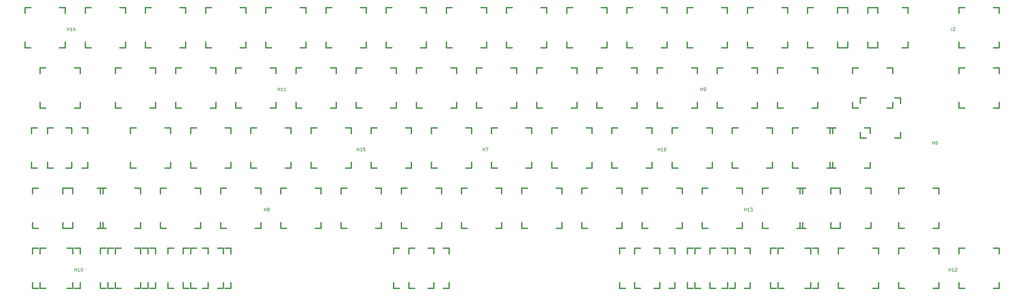
<source format=gbr>
%TF.GenerationSoftware,KiCad,Pcbnew,(5.1.10)-1*%
%TF.CreationDate,2021-07-26T00:01:35+07:00*%
%TF.ProjectId,Leopold Replacement,4c656f70-6f6c-4642-9052-65706c616365,rev?*%
%TF.SameCoordinates,Original*%
%TF.FileFunction,Legend,Top*%
%TF.FilePolarity,Positive*%
%FSLAX46Y46*%
G04 Gerber Fmt 4.6, Leading zero omitted, Abs format (unit mm)*
G04 Created by KiCad (PCBNEW (5.1.10)-1) date 2021-07-26 00:01:35*
%MOMM*%
%LPD*%
G01*
G04 APERTURE LIST*
%ADD10C,0.381000*%
%ADD11C,0.150000*%
G04 APERTURE END LIST*
D10*
%TO.C,MX93*%
X69132500Y-92895000D02*
X67354500Y-92895000D01*
X58210500Y-92895000D02*
X56432500Y-92895000D01*
X56432500Y-92895000D02*
X56432500Y-91117000D01*
X56432500Y-81973000D02*
X56432500Y-80195000D01*
X56432500Y-80195000D02*
X58210500Y-80195000D01*
X67354500Y-80195000D02*
X69132500Y-80195000D01*
X69132500Y-80195000D02*
X69132500Y-81973000D01*
X69132500Y-91117000D02*
X69132500Y-92895000D01*
%TO.C,MX91*%
X45370000Y-91117000D02*
X45370000Y-92895000D01*
X45370000Y-80195000D02*
X45370000Y-81973000D01*
X43592000Y-80195000D02*
X45370000Y-80195000D01*
X32670000Y-80195000D02*
X34448000Y-80195000D01*
X32670000Y-81973000D02*
X32670000Y-80195000D01*
X32670000Y-92895000D02*
X32670000Y-91117000D01*
X34448000Y-92895000D02*
X32670000Y-92895000D01*
X45370000Y-92895000D02*
X43592000Y-92895000D01*
%TO.C,MX89*%
X237027500Y-62963000D02*
X237027500Y-61185000D01*
X237027500Y-73885000D02*
X237027500Y-72107000D01*
X238805500Y-73885000D02*
X237027500Y-73885000D01*
X249727500Y-73885000D02*
X247949500Y-73885000D01*
X249727500Y-72107000D02*
X249727500Y-73885000D01*
X249727500Y-61185000D02*
X249727500Y-62963000D01*
X247949500Y-61185000D02*
X249727500Y-61185000D01*
X237027500Y-61185000D02*
X238805500Y-61185000D01*
%TO.C,MX51*%
X258414000Y-43953000D02*
X258414000Y-42175000D01*
X258414000Y-54875000D02*
X258414000Y-53097000D01*
X260192000Y-54875000D02*
X258414000Y-54875000D01*
X271114000Y-54875000D02*
X269336000Y-54875000D01*
X271114000Y-53097000D02*
X271114000Y-54875000D01*
X271114000Y-42175000D02*
X271114000Y-43953000D01*
X269336000Y-42175000D02*
X271114000Y-42175000D01*
X258414000Y-42175000D02*
X260192000Y-42175000D01*
%TO.C,MX64*%
X280619000Y-32670000D02*
X280619000Y-34448000D01*
X280619000Y-43592000D02*
X280619000Y-45370000D01*
X280619000Y-45370000D02*
X278841000Y-45370000D01*
X269697000Y-45370000D02*
X267919000Y-45370000D01*
X267919000Y-45370000D02*
X267919000Y-43592000D01*
X267919000Y-34448000D02*
X267919000Y-32670000D01*
X267919000Y-32670000D02*
X269697000Y-32670000D01*
X278841000Y-32670000D02*
X280619000Y-32670000D01*
%TO.C,MX65*%
X246532000Y-43953000D02*
X246532000Y-42175000D01*
X246532000Y-54875000D02*
X246532000Y-53097000D01*
X248310000Y-54875000D02*
X246532000Y-54875000D01*
X259232000Y-54875000D02*
X257454000Y-54875000D01*
X259232000Y-53097000D02*
X259232000Y-54875000D01*
X259232000Y-42175000D02*
X259232000Y-43953000D01*
X257454000Y-42175000D02*
X259232000Y-42175000D01*
X246532000Y-42175000D02*
X248310000Y-42175000D01*
%TO.C,MX87*%
X6203700Y-42175000D02*
X7981700Y-42175000D01*
X17125700Y-42175000D02*
X18903700Y-42175000D01*
X18903700Y-42175000D02*
X18903700Y-43953000D01*
X18903700Y-53097000D02*
X18903700Y-54875000D01*
X18903700Y-54875000D02*
X17125700Y-54875000D01*
X7981700Y-54875000D02*
X6203700Y-54875000D01*
X6203700Y-54875000D02*
X6203700Y-53097000D01*
X6203700Y-43953000D02*
X6203700Y-42175000D01*
%TO.C,MX88*%
X8907500Y-81973000D02*
X8907500Y-80195000D01*
X8907500Y-92895000D02*
X8907500Y-91117000D01*
X10685500Y-92895000D02*
X8907500Y-92895000D01*
X21607500Y-92895000D02*
X19829500Y-92895000D01*
X21607500Y-91117000D02*
X21607500Y-92895000D01*
X21607500Y-80195000D02*
X21607500Y-81973000D01*
X19829500Y-80195000D02*
X21607500Y-80195000D01*
X8907500Y-80195000D02*
X10685500Y-80195000D01*
%TO.C,MX44*%
X199007500Y-61185000D02*
X200785500Y-61185000D01*
X209929500Y-61185000D02*
X211707500Y-61185000D01*
X211707500Y-61185000D02*
X211707500Y-62963000D01*
X211707500Y-72107000D02*
X211707500Y-73885000D01*
X211707500Y-73885000D02*
X209929500Y-73885000D01*
X200785500Y-73885000D02*
X199007500Y-73885000D01*
X199007500Y-73885000D02*
X199007500Y-72107000D01*
X199007500Y-62963000D02*
X199007500Y-61185000D01*
%TO.C,MX72*%
X213364750Y-80195000D02*
X215142750Y-80195000D01*
X224286750Y-80195000D02*
X226064750Y-80195000D01*
X226064750Y-80195000D02*
X226064750Y-81973000D01*
X226064750Y-91117000D02*
X226064750Y-92895000D01*
X226064750Y-92895000D02*
X224286750Y-92895000D01*
X215142750Y-92895000D02*
X213364750Y-92895000D01*
X213364750Y-92895000D02*
X213364750Y-91117000D01*
X213364750Y-81973000D02*
X213364750Y-80195000D01*
%TO.C,MX68*%
X49303700Y-80195000D02*
X51081700Y-80195000D01*
X60225700Y-80195000D02*
X62003700Y-80195000D01*
X62003700Y-80195000D02*
X62003700Y-81973000D01*
X62003700Y-91117000D02*
X62003700Y-92895000D01*
X62003700Y-92895000D02*
X60225700Y-92895000D01*
X51081700Y-92895000D02*
X49303700Y-92895000D01*
X49303700Y-92895000D02*
X49303700Y-91117000D01*
X49303700Y-81973000D02*
X49303700Y-80195000D01*
%TO.C,MX67*%
X27917500Y-81973000D02*
X27917500Y-80195000D01*
X27917500Y-92895000D02*
X27917500Y-91117000D01*
X29695500Y-92895000D02*
X27917500Y-92895000D01*
X40617500Y-92895000D02*
X38839500Y-92895000D01*
X40617500Y-91117000D02*
X40617500Y-92895000D01*
X40617500Y-80195000D02*
X40617500Y-81973000D01*
X38839500Y-80195000D02*
X40617500Y-80195000D01*
X27917500Y-80195000D02*
X29695500Y-80195000D01*
%TO.C,MX66*%
X54056200Y-81973000D02*
X54056200Y-80195000D01*
X54056200Y-92895000D02*
X54056200Y-91117000D01*
X55834200Y-92895000D02*
X54056200Y-92895000D01*
X66756200Y-92895000D02*
X64978200Y-92895000D01*
X66756200Y-91117000D02*
X66756200Y-92895000D01*
X66756200Y-80195000D02*
X66756200Y-81973000D01*
X64978200Y-80195000D02*
X66756200Y-80195000D01*
X54056200Y-80195000D02*
X55834200Y-80195000D01*
%TO.C,MX59*%
X30293750Y-80195000D02*
X32071750Y-80195000D01*
X41215750Y-80195000D02*
X42993750Y-80195000D01*
X42993750Y-80195000D02*
X42993750Y-81973000D01*
X42993750Y-91117000D02*
X42993750Y-92895000D01*
X42993750Y-92895000D02*
X41215750Y-92895000D01*
X32071750Y-92895000D02*
X30293750Y-92895000D01*
X30293750Y-92895000D02*
X30293750Y-91117000D01*
X30293750Y-81973000D02*
X30293750Y-80195000D01*
%TO.C,MX55*%
X6531200Y-80195000D02*
X8309200Y-80195000D01*
X17453200Y-80195000D02*
X19231200Y-80195000D01*
X19231200Y-80195000D02*
X19231200Y-81973000D01*
X19231200Y-91117000D02*
X19231200Y-92895000D01*
X19231200Y-92895000D02*
X17453200Y-92895000D01*
X8309200Y-92895000D02*
X6531200Y-92895000D01*
X6531200Y-92895000D02*
X6531200Y-91117000D01*
X6531200Y-81973000D02*
X6531200Y-80195000D01*
%TO.C,MX83*%
X133291000Y-91117000D02*
X133291000Y-92895000D01*
X133291000Y-80195000D02*
X133291000Y-81973000D01*
X131513000Y-80195000D02*
X133291000Y-80195000D01*
X120591000Y-80195000D02*
X122369000Y-80195000D01*
X120591000Y-81973000D02*
X120591000Y-80195000D01*
X120591000Y-92895000D02*
X120591000Y-91117000D01*
X122369000Y-92895000D02*
X120591000Y-92895000D01*
X133291000Y-92895000D02*
X131513000Y-92895000D01*
%TO.C,MX82*%
X138043500Y-91117000D02*
X138043500Y-92895000D01*
X138043500Y-80195000D02*
X138043500Y-81973000D01*
X136265500Y-80195000D02*
X138043500Y-80195000D01*
X125343500Y-80195000D02*
X127121500Y-80195000D01*
X125343500Y-81973000D02*
X125343500Y-80195000D01*
X125343500Y-92895000D02*
X125343500Y-91117000D01*
X127121500Y-92895000D02*
X125343500Y-92895000D01*
X138043500Y-92895000D02*
X136265500Y-92895000D01*
%TO.C,MX77*%
X191929000Y-81973000D02*
X191929000Y-80195000D01*
X191929000Y-92895000D02*
X191929000Y-91117000D01*
X193707000Y-92895000D02*
X191929000Y-92895000D01*
X204629000Y-92895000D02*
X202851000Y-92895000D01*
X204629000Y-91117000D02*
X204629000Y-92895000D01*
X204629000Y-80195000D02*
X204629000Y-81973000D01*
X202851000Y-80195000D02*
X204629000Y-80195000D01*
X191929000Y-80195000D02*
X193707000Y-80195000D01*
%TO.C,MX78*%
X215741000Y-81973000D02*
X215741000Y-80195000D01*
X215741000Y-92895000D02*
X215741000Y-91117000D01*
X217519000Y-92895000D02*
X215741000Y-92895000D01*
X228441000Y-92895000D02*
X226663000Y-92895000D01*
X228441000Y-91117000D02*
X228441000Y-92895000D01*
X228441000Y-80195000D02*
X228441000Y-81973000D01*
X226663000Y-80195000D02*
X228441000Y-80195000D01*
X215741000Y-80195000D02*
X217519000Y-80195000D01*
%TO.C,MX81*%
X241930250Y-81973000D02*
X241930250Y-80195000D01*
X241930250Y-92895000D02*
X241930250Y-91117000D01*
X243708250Y-92895000D02*
X241930250Y-92895000D01*
X254630250Y-92895000D02*
X252852250Y-92895000D01*
X254630250Y-91117000D02*
X254630250Y-92895000D01*
X254630250Y-80195000D02*
X254630250Y-81973000D01*
X252852250Y-80195000D02*
X254630250Y-80195000D01*
X241930250Y-80195000D02*
X243708250Y-80195000D01*
%TO.C,MX80*%
X220493500Y-80195000D02*
X222271500Y-80195000D01*
X231415500Y-80195000D02*
X233193500Y-80195000D01*
X233193500Y-80195000D02*
X233193500Y-81973000D01*
X233193500Y-91117000D02*
X233193500Y-92895000D01*
X233193500Y-92895000D02*
X231415500Y-92895000D01*
X222271500Y-92895000D02*
X220493500Y-92895000D01*
X220493500Y-92895000D02*
X220493500Y-91117000D01*
X220493500Y-81973000D02*
X220493500Y-80195000D01*
%TO.C,MX79*%
X196681500Y-81973000D02*
X196681500Y-80195000D01*
X196681500Y-92895000D02*
X196681500Y-91117000D01*
X198459500Y-92895000D02*
X196681500Y-92895000D01*
X209381500Y-92895000D02*
X207603500Y-92895000D01*
X209381500Y-91117000D02*
X209381500Y-92895000D01*
X209381500Y-80195000D02*
X209381500Y-81973000D01*
X207603500Y-80195000D02*
X209381500Y-80195000D01*
X196681500Y-80195000D02*
X198459500Y-80195000D01*
%TO.C,MX84*%
X239554000Y-80195000D02*
X241332000Y-80195000D01*
X250476000Y-80195000D02*
X252254000Y-80195000D01*
X252254000Y-80195000D02*
X252254000Y-81973000D01*
X252254000Y-91117000D02*
X252254000Y-92895000D01*
X252254000Y-92895000D02*
X250476000Y-92895000D01*
X241332000Y-92895000D02*
X239554000Y-92895000D01*
X239554000Y-92895000D02*
X239554000Y-91117000D01*
X239554000Y-81973000D02*
X239554000Y-80195000D01*
%TO.C,MX76*%
X299110000Y-80195000D02*
X300888000Y-80195000D01*
X310032000Y-80195000D02*
X311810000Y-80195000D01*
X311810000Y-80195000D02*
X311810000Y-81973000D01*
X311810000Y-91117000D02*
X311810000Y-92895000D01*
X311810000Y-92895000D02*
X310032000Y-92895000D01*
X300888000Y-92895000D02*
X299110000Y-92895000D01*
X299110000Y-92895000D02*
X299110000Y-91117000D01*
X299110000Y-81973000D02*
X299110000Y-80195000D01*
%TO.C,MX75*%
X280050000Y-80195000D02*
X281828000Y-80195000D01*
X290972000Y-80195000D02*
X292750000Y-80195000D01*
X292750000Y-80195000D02*
X292750000Y-81973000D01*
X292750000Y-91117000D02*
X292750000Y-92895000D01*
X292750000Y-92895000D02*
X290972000Y-92895000D01*
X281828000Y-92895000D02*
X280050000Y-92895000D01*
X280050000Y-92895000D02*
X280050000Y-91117000D01*
X280050000Y-81973000D02*
X280050000Y-80195000D01*
%TO.C,MX74*%
X260989999Y-80195000D02*
X262767999Y-80195000D01*
X271911999Y-80195000D02*
X273689999Y-80195000D01*
X273689999Y-80195000D02*
X273689999Y-81973000D01*
X273689999Y-91117000D02*
X273689999Y-92895000D01*
X273689999Y-92895000D02*
X271911999Y-92895000D01*
X262767999Y-92895000D02*
X260989999Y-92895000D01*
X260989999Y-92895000D02*
X260989999Y-91117000D01*
X260989999Y-81973000D02*
X260989999Y-80195000D01*
%TO.C,MX49*%
X232275000Y-5933000D02*
X232275000Y-4155000D01*
X232275000Y-16855000D02*
X232275000Y-15077000D01*
X234053000Y-16855000D02*
X232275000Y-16855000D01*
X244975000Y-16855000D02*
X243197000Y-16855000D01*
X244975000Y-15077000D02*
X244975000Y-16855000D01*
X244975000Y-4155000D02*
X244975000Y-5933000D01*
X243197000Y-4155000D02*
X244975000Y-4155000D01*
X232275000Y-4155000D02*
X234053000Y-4155000D01*
%TO.C,MX50*%
X241780000Y-23165000D02*
X243558000Y-23165000D01*
X252702000Y-23165000D02*
X254480000Y-23165000D01*
X254480000Y-23165000D02*
X254480000Y-24943000D01*
X254480000Y-34087000D02*
X254480000Y-35865000D01*
X254480000Y-35865000D02*
X252702000Y-35865000D01*
X243558000Y-35865000D02*
X241780000Y-35865000D01*
X241780000Y-35865000D02*
X241780000Y-34087000D01*
X241780000Y-24943000D02*
X241780000Y-23165000D01*
%TO.C,MX62*%
X299110000Y-23165000D02*
X300888000Y-23165000D01*
X310032000Y-23165000D02*
X311810000Y-23165000D01*
X311810000Y-23165000D02*
X311810000Y-24943000D01*
X311810000Y-34087000D02*
X311810000Y-35865000D01*
X311810000Y-35865000D02*
X310032000Y-35865000D01*
X300888000Y-35865000D02*
X299110000Y-35865000D01*
X299110000Y-35865000D02*
X299110000Y-34087000D01*
X299110000Y-24943000D02*
X299110000Y-23165000D01*
%TO.C,MX54*%
X265542000Y-23165000D02*
X267320000Y-23165000D01*
X276464000Y-23165000D02*
X278242000Y-23165000D01*
X278242000Y-23165000D02*
X278242000Y-24943000D01*
X278242000Y-34087000D02*
X278242000Y-35865000D01*
X278242000Y-35865000D02*
X276464000Y-35865000D01*
X267320000Y-35865000D02*
X265542000Y-35865000D01*
X265542000Y-35865000D02*
X265542000Y-34087000D01*
X265542000Y-24943000D02*
X265542000Y-23165000D01*
%TO.C,MX63*%
X260790000Y-5933000D02*
X260790000Y-4155000D01*
X260790000Y-16855000D02*
X260790000Y-15077000D01*
X262568000Y-16855000D02*
X260790000Y-16855000D01*
X273490000Y-16855000D02*
X271712000Y-16855000D01*
X273490000Y-15077000D02*
X273490000Y-16855000D01*
X273490000Y-4155000D02*
X273490000Y-5933000D01*
X271712000Y-4155000D02*
X273490000Y-4155000D01*
X260790000Y-4155000D02*
X262568000Y-4155000D01*
%TO.C,MX1*%
X4155000Y-5933000D02*
X4155000Y-4155000D01*
X4155000Y-16855000D02*
X4155000Y-15077000D01*
X5933000Y-16855000D02*
X4155000Y-16855000D01*
X16855000Y-16855000D02*
X15077000Y-16855000D01*
X16855000Y-15077000D02*
X16855000Y-16855000D01*
X16855000Y-4155000D02*
X16855000Y-5933000D01*
X15077000Y-4155000D02*
X16855000Y-4155000D01*
X4155000Y-4155000D02*
X5933000Y-4155000D01*
%TO.C,MX60*%
X258663750Y-62963000D02*
X258663750Y-61185000D01*
X258663750Y-73885000D02*
X258663750Y-72107000D01*
X260441750Y-73885000D02*
X258663750Y-73885000D01*
X271363750Y-73885000D02*
X269585750Y-73885000D01*
X271363750Y-72107000D02*
X271363750Y-73885000D01*
X271363750Y-61185000D02*
X271363750Y-62963000D01*
X269585750Y-61185000D02*
X271363750Y-61185000D01*
X258663750Y-61185000D02*
X260441750Y-61185000D01*
%TO.C,MX58*%
X6531200Y-61185000D02*
X8309200Y-61185000D01*
X17453200Y-61185000D02*
X19231200Y-61185000D01*
X19231200Y-61185000D02*
X19231200Y-62963000D01*
X19231200Y-72107000D02*
X19231200Y-73885000D01*
X19231200Y-73885000D02*
X17453200Y-73885000D01*
X8309200Y-73885000D02*
X6531200Y-73885000D01*
X6531200Y-73885000D02*
X6531200Y-72107000D01*
X6531200Y-62963000D02*
X6531200Y-61185000D01*
%TO.C,MX52*%
X248909000Y-61185000D02*
X250687000Y-61185000D01*
X259831000Y-61185000D02*
X261609000Y-61185000D01*
X261609000Y-61185000D02*
X261609000Y-62963000D01*
X261609000Y-72107000D02*
X261609000Y-73885000D01*
X261609000Y-73885000D02*
X259831000Y-73885000D01*
X250687000Y-73885000D02*
X248909000Y-73885000D01*
X248909000Y-73885000D02*
X248909000Y-72107000D01*
X248909000Y-62963000D02*
X248909000Y-61185000D01*
%TO.C,MX4*%
X16036300Y-61185000D02*
X17814300Y-61185000D01*
X26958300Y-61185000D02*
X28736300Y-61185000D01*
X28736300Y-61185000D02*
X28736300Y-62963000D01*
X28736300Y-72107000D02*
X28736300Y-73885000D01*
X28736300Y-73885000D02*
X26958300Y-73885000D01*
X17814300Y-73885000D02*
X16036300Y-73885000D01*
X16036300Y-73885000D02*
X16036300Y-72107000D01*
X16036300Y-62963000D02*
X16036300Y-61185000D01*
%TO.C,MX45*%
X213265000Y-5933000D02*
X213265000Y-4155000D01*
X213265000Y-16855000D02*
X213265000Y-15077000D01*
X215043000Y-16855000D02*
X213265000Y-16855000D01*
X225965000Y-16855000D02*
X224187000Y-16855000D01*
X225965000Y-15077000D02*
X225965000Y-16855000D01*
X225965000Y-4155000D02*
X225965000Y-5933000D01*
X224187000Y-4155000D02*
X225965000Y-4155000D01*
X213265000Y-4155000D02*
X215043000Y-4155000D01*
%TO.C,MX61*%
X299110000Y-5933000D02*
X299110000Y-4155000D01*
X299110000Y-16855000D02*
X299110000Y-15077000D01*
X300888000Y-16855000D02*
X299110000Y-16855000D01*
X311810000Y-16855000D02*
X310032000Y-16855000D01*
X311810000Y-15077000D02*
X311810000Y-16855000D01*
X311810000Y-4155000D02*
X311810000Y-5933000D01*
X310032000Y-4155000D02*
X311810000Y-4155000D01*
X299110000Y-4155000D02*
X300888000Y-4155000D01*
%TO.C,MX57*%
X270295000Y-5933000D02*
X270295000Y-4155000D01*
X270295000Y-16855000D02*
X270295000Y-15077000D01*
X272073000Y-16855000D02*
X270295000Y-16855000D01*
X282995000Y-16855000D02*
X281217000Y-16855000D01*
X282995000Y-15077000D02*
X282995000Y-16855000D01*
X282995000Y-4155000D02*
X282995000Y-5933000D01*
X281217000Y-4155000D02*
X282995000Y-4155000D01*
X270295000Y-4155000D02*
X272073000Y-4155000D01*
%TO.C,MX56*%
X280050000Y-61185000D02*
X281828000Y-61185000D01*
X290972000Y-61185000D02*
X292750000Y-61185000D01*
X292750000Y-61185000D02*
X292750000Y-62963000D01*
X292750000Y-72107000D02*
X292750000Y-73885000D01*
X292750000Y-73885000D02*
X290972000Y-73885000D01*
X281828000Y-73885000D02*
X280050000Y-73885000D01*
X280050000Y-73885000D02*
X280050000Y-72107000D01*
X280050000Y-62963000D02*
X280050000Y-61185000D01*
%TO.C,MX53*%
X251285000Y-5933000D02*
X251285000Y-4155000D01*
X251285000Y-16855000D02*
X251285000Y-15077000D01*
X253063000Y-16855000D02*
X251285000Y-16855000D01*
X263985000Y-16855000D02*
X262207000Y-16855000D01*
X263985000Y-15077000D02*
X263985000Y-16855000D01*
X263985000Y-4155000D02*
X263985000Y-5933000D01*
X262207000Y-4155000D02*
X263985000Y-4155000D01*
X251285000Y-4155000D02*
X253063000Y-4155000D01*
%TO.C,MX48*%
X218017500Y-61185000D02*
X219795500Y-61185000D01*
X228939500Y-61185000D02*
X230717500Y-61185000D01*
X230717500Y-61185000D02*
X230717500Y-62963000D01*
X230717500Y-72107000D02*
X230717500Y-73885000D01*
X230717500Y-73885000D02*
X228939500Y-73885000D01*
X219795500Y-73885000D02*
X218017500Y-73885000D01*
X218017500Y-73885000D02*
X218017500Y-72107000D01*
X218017500Y-62963000D02*
X218017500Y-61185000D01*
%TO.C,MX47*%
X227522500Y-42175000D02*
X229300500Y-42175000D01*
X238444500Y-42175000D02*
X240222500Y-42175000D01*
X240222500Y-42175000D02*
X240222500Y-43953000D01*
X240222500Y-53097000D02*
X240222500Y-54875000D01*
X240222500Y-54875000D02*
X238444500Y-54875000D01*
X229300500Y-54875000D02*
X227522500Y-54875000D01*
X227522500Y-54875000D02*
X227522500Y-53097000D01*
X227522500Y-43953000D02*
X227522500Y-42175000D01*
%TO.C,MX46*%
X222770000Y-23165000D02*
X224548000Y-23165000D01*
X233692000Y-23165000D02*
X235470000Y-23165000D01*
X235470000Y-23165000D02*
X235470000Y-24943000D01*
X235470000Y-34087000D02*
X235470000Y-35865000D01*
X235470000Y-35865000D02*
X233692000Y-35865000D01*
X224548000Y-35865000D02*
X222770000Y-35865000D01*
X222770000Y-35865000D02*
X222770000Y-34087000D01*
X222770000Y-24943000D02*
X222770000Y-23165000D01*
%TO.C,MX43*%
X208512500Y-42175000D02*
X210290500Y-42175000D01*
X219434500Y-42175000D02*
X221212500Y-42175000D01*
X221212500Y-42175000D02*
X221212500Y-43953000D01*
X221212500Y-53097000D02*
X221212500Y-54875000D01*
X221212500Y-54875000D02*
X219434500Y-54875000D01*
X210290500Y-54875000D02*
X208512500Y-54875000D01*
X208512500Y-54875000D02*
X208512500Y-53097000D01*
X208512500Y-43953000D02*
X208512500Y-42175000D01*
%TO.C,MX42*%
X203760000Y-23165000D02*
X205538000Y-23165000D01*
X214682000Y-23165000D02*
X216460000Y-23165000D01*
X216460000Y-23165000D02*
X216460000Y-24943000D01*
X216460000Y-34087000D02*
X216460000Y-35865000D01*
X216460000Y-35865000D02*
X214682000Y-35865000D01*
X205538000Y-35865000D02*
X203760000Y-35865000D01*
X203760000Y-35865000D02*
X203760000Y-34087000D01*
X203760000Y-24943000D02*
X203760000Y-23165000D01*
%TO.C,MX41*%
X194255000Y-5933000D02*
X194255000Y-4155000D01*
X194255000Y-16855000D02*
X194255000Y-15077000D01*
X196033000Y-16855000D02*
X194255000Y-16855000D01*
X206955000Y-16855000D02*
X205177000Y-16855000D01*
X206955000Y-15077000D02*
X206955000Y-16855000D01*
X206955000Y-4155000D02*
X206955000Y-5933000D01*
X205177000Y-4155000D02*
X206955000Y-4155000D01*
X194255000Y-4155000D02*
X196033000Y-4155000D01*
%TO.C,MX40*%
X179997500Y-61185000D02*
X181775500Y-61185000D01*
X190919500Y-61185000D02*
X192697500Y-61185000D01*
X192697500Y-61185000D02*
X192697500Y-62963000D01*
X192697500Y-72107000D02*
X192697500Y-73885000D01*
X192697500Y-73885000D02*
X190919500Y-73885000D01*
X181775500Y-73885000D02*
X179997500Y-73885000D01*
X179997500Y-73885000D02*
X179997500Y-72107000D01*
X179997500Y-62963000D02*
X179997500Y-61185000D01*
%TO.C,MX39*%
X189502500Y-42175000D02*
X191280500Y-42175000D01*
X200424500Y-42175000D02*
X202202500Y-42175000D01*
X202202500Y-42175000D02*
X202202500Y-43953000D01*
X202202500Y-53097000D02*
X202202500Y-54875000D01*
X202202500Y-54875000D02*
X200424500Y-54875000D01*
X191280500Y-54875000D02*
X189502500Y-54875000D01*
X189502500Y-54875000D02*
X189502500Y-53097000D01*
X189502500Y-43953000D02*
X189502500Y-42175000D01*
%TO.C,MX38*%
X184750000Y-23165000D02*
X186528000Y-23165000D01*
X195672000Y-23165000D02*
X197450000Y-23165000D01*
X197450000Y-23165000D02*
X197450000Y-24943000D01*
X197450000Y-34087000D02*
X197450000Y-35865000D01*
X197450000Y-35865000D02*
X195672000Y-35865000D01*
X186528000Y-35865000D02*
X184750000Y-35865000D01*
X184750000Y-35865000D02*
X184750000Y-34087000D01*
X184750000Y-24943000D02*
X184750000Y-23165000D01*
%TO.C,MX37*%
X175245000Y-5933000D02*
X175245000Y-4155000D01*
X175245000Y-16855000D02*
X175245000Y-15077000D01*
X177023000Y-16855000D02*
X175245000Y-16855000D01*
X187945000Y-16855000D02*
X186167000Y-16855000D01*
X187945000Y-15077000D02*
X187945000Y-16855000D01*
X187945000Y-4155000D02*
X187945000Y-5933000D01*
X186167000Y-4155000D02*
X187945000Y-4155000D01*
X175245000Y-4155000D02*
X177023000Y-4155000D01*
%TO.C,MX36*%
X160987500Y-61185000D02*
X162765500Y-61185000D01*
X171909500Y-61185000D02*
X173687500Y-61185000D01*
X173687500Y-61185000D02*
X173687500Y-62963000D01*
X173687500Y-72107000D02*
X173687500Y-73885000D01*
X173687500Y-73885000D02*
X171909500Y-73885000D01*
X162765500Y-73885000D02*
X160987500Y-73885000D01*
X160987500Y-73885000D02*
X160987500Y-72107000D01*
X160987500Y-62963000D02*
X160987500Y-61185000D01*
%TO.C,MX35*%
X170492500Y-42175000D02*
X172270500Y-42175000D01*
X181414500Y-42175000D02*
X183192500Y-42175000D01*
X183192500Y-42175000D02*
X183192500Y-43953000D01*
X183192500Y-53097000D02*
X183192500Y-54875000D01*
X183192500Y-54875000D02*
X181414500Y-54875000D01*
X172270500Y-54875000D02*
X170492500Y-54875000D01*
X170492500Y-54875000D02*
X170492500Y-53097000D01*
X170492500Y-43953000D02*
X170492500Y-42175000D01*
%TO.C,MX34*%
X165740000Y-23165000D02*
X167518000Y-23165000D01*
X176662000Y-23165000D02*
X178440000Y-23165000D01*
X178440000Y-23165000D02*
X178440000Y-24943000D01*
X178440000Y-34087000D02*
X178440000Y-35865000D01*
X178440000Y-35865000D02*
X176662000Y-35865000D01*
X167518000Y-35865000D02*
X165740000Y-35865000D01*
X165740000Y-35865000D02*
X165740000Y-34087000D01*
X165740000Y-24943000D02*
X165740000Y-23165000D01*
%TO.C,MX33*%
X156235000Y-5933000D02*
X156235000Y-4155000D01*
X156235000Y-16855000D02*
X156235000Y-15077000D01*
X158013000Y-16855000D02*
X156235000Y-16855000D01*
X168935000Y-16855000D02*
X167157000Y-16855000D01*
X168935000Y-15077000D02*
X168935000Y-16855000D01*
X168935000Y-4155000D02*
X168935000Y-5933000D01*
X167157000Y-4155000D02*
X168935000Y-4155000D01*
X156235000Y-4155000D02*
X158013000Y-4155000D01*
%TO.C,MX32*%
X141977500Y-61185000D02*
X143755500Y-61185000D01*
X152899500Y-61185000D02*
X154677500Y-61185000D01*
X154677500Y-61185000D02*
X154677500Y-62963000D01*
X154677500Y-72107000D02*
X154677500Y-73885000D01*
X154677500Y-73885000D02*
X152899500Y-73885000D01*
X143755500Y-73885000D02*
X141977500Y-73885000D01*
X141977500Y-73885000D02*
X141977500Y-72107000D01*
X141977500Y-62963000D02*
X141977500Y-61185000D01*
%TO.C,MX31*%
X151482500Y-42175000D02*
X153260500Y-42175000D01*
X162404500Y-42175000D02*
X164182500Y-42175000D01*
X164182500Y-42175000D02*
X164182500Y-43953000D01*
X164182500Y-53097000D02*
X164182500Y-54875000D01*
X164182500Y-54875000D02*
X162404500Y-54875000D01*
X153260500Y-54875000D02*
X151482500Y-54875000D01*
X151482500Y-54875000D02*
X151482500Y-53097000D01*
X151482500Y-43953000D02*
X151482500Y-42175000D01*
%TO.C,MX30*%
X146730000Y-23165000D02*
X148508000Y-23165000D01*
X157652000Y-23165000D02*
X159430000Y-23165000D01*
X159430000Y-23165000D02*
X159430000Y-24943000D01*
X159430000Y-34087000D02*
X159430000Y-35865000D01*
X159430000Y-35865000D02*
X157652000Y-35865000D01*
X148508000Y-35865000D02*
X146730000Y-35865000D01*
X146730000Y-35865000D02*
X146730000Y-34087000D01*
X146730000Y-24943000D02*
X146730000Y-23165000D01*
%TO.C,MX29*%
X137225000Y-5933000D02*
X137225000Y-4155000D01*
X137225000Y-16855000D02*
X137225000Y-15077000D01*
X139003000Y-16855000D02*
X137225000Y-16855000D01*
X149925000Y-16855000D02*
X148147000Y-16855000D01*
X149925000Y-15077000D02*
X149925000Y-16855000D01*
X149925000Y-4155000D02*
X149925000Y-5933000D01*
X148147000Y-4155000D02*
X149925000Y-4155000D01*
X137225000Y-4155000D02*
X139003000Y-4155000D01*
%TO.C,MX28*%
X122967500Y-61185000D02*
X124745500Y-61185000D01*
X133889500Y-61185000D02*
X135667500Y-61185000D01*
X135667500Y-61185000D02*
X135667500Y-62963000D01*
X135667500Y-72107000D02*
X135667500Y-73885000D01*
X135667500Y-73885000D02*
X133889500Y-73885000D01*
X124745500Y-73885000D02*
X122967500Y-73885000D01*
X122967500Y-73885000D02*
X122967500Y-72107000D01*
X122967500Y-62963000D02*
X122967500Y-61185000D01*
%TO.C,MX27*%
X132472500Y-42175000D02*
X134250500Y-42175000D01*
X143394500Y-42175000D02*
X145172500Y-42175000D01*
X145172500Y-42175000D02*
X145172500Y-43953000D01*
X145172500Y-53097000D02*
X145172500Y-54875000D01*
X145172500Y-54875000D02*
X143394500Y-54875000D01*
X134250500Y-54875000D02*
X132472500Y-54875000D01*
X132472500Y-54875000D02*
X132472500Y-53097000D01*
X132472500Y-43953000D02*
X132472500Y-42175000D01*
%TO.C,MX26*%
X127720000Y-23165000D02*
X129498000Y-23165000D01*
X138642000Y-23165000D02*
X140420000Y-23165000D01*
X140420000Y-23165000D02*
X140420000Y-24943000D01*
X140420000Y-34087000D02*
X140420000Y-35865000D01*
X140420000Y-35865000D02*
X138642000Y-35865000D01*
X129498000Y-35865000D02*
X127720000Y-35865000D01*
X127720000Y-35865000D02*
X127720000Y-34087000D01*
X127720000Y-24943000D02*
X127720000Y-23165000D01*
%TO.C,MX25*%
X118215000Y-5933000D02*
X118215000Y-4155000D01*
X118215000Y-16855000D02*
X118215000Y-15077000D01*
X119993000Y-16855000D02*
X118215000Y-16855000D01*
X130915000Y-16855000D02*
X129137000Y-16855000D01*
X130915000Y-15077000D02*
X130915000Y-16855000D01*
X130915000Y-4155000D02*
X130915000Y-5933000D01*
X129137000Y-4155000D02*
X130915000Y-4155000D01*
X118215000Y-4155000D02*
X119993000Y-4155000D01*
%TO.C,MX24*%
X103957500Y-61185000D02*
X105735500Y-61185000D01*
X114879500Y-61185000D02*
X116657500Y-61185000D01*
X116657500Y-61185000D02*
X116657500Y-62963000D01*
X116657500Y-72107000D02*
X116657500Y-73885000D01*
X116657500Y-73885000D02*
X114879500Y-73885000D01*
X105735500Y-73885000D02*
X103957500Y-73885000D01*
X103957500Y-73885000D02*
X103957500Y-72107000D01*
X103957500Y-62963000D02*
X103957500Y-61185000D01*
%TO.C,MX23*%
X113462500Y-42175000D02*
X115240500Y-42175000D01*
X124384500Y-42175000D02*
X126162500Y-42175000D01*
X126162500Y-42175000D02*
X126162500Y-43953000D01*
X126162500Y-53097000D02*
X126162500Y-54875000D01*
X126162500Y-54875000D02*
X124384500Y-54875000D01*
X115240500Y-54875000D02*
X113462500Y-54875000D01*
X113462500Y-54875000D02*
X113462500Y-53097000D01*
X113462500Y-43953000D02*
X113462500Y-42175000D01*
%TO.C,MX22*%
X108710000Y-23165000D02*
X110488000Y-23165000D01*
X119632000Y-23165000D02*
X121410000Y-23165000D01*
X121410000Y-23165000D02*
X121410000Y-24943000D01*
X121410000Y-34087000D02*
X121410000Y-35865000D01*
X121410000Y-35865000D02*
X119632000Y-35865000D01*
X110488000Y-35865000D02*
X108710000Y-35865000D01*
X108710000Y-35865000D02*
X108710000Y-34087000D01*
X108710000Y-24943000D02*
X108710000Y-23165000D01*
%TO.C,MX21*%
X99205000Y-5933000D02*
X99205000Y-4155000D01*
X99205000Y-16855000D02*
X99205000Y-15077000D01*
X100983000Y-16855000D02*
X99205000Y-16855000D01*
X111905000Y-16855000D02*
X110127000Y-16855000D01*
X111905000Y-15077000D02*
X111905000Y-16855000D01*
X111905000Y-4155000D02*
X111905000Y-5933000D01*
X110127000Y-4155000D02*
X111905000Y-4155000D01*
X99205000Y-4155000D02*
X100983000Y-4155000D01*
%TO.C,MX20*%
X84947500Y-61185000D02*
X86725500Y-61185000D01*
X95869500Y-61185000D02*
X97647500Y-61185000D01*
X97647500Y-61185000D02*
X97647500Y-62963000D01*
X97647500Y-72107000D02*
X97647500Y-73885000D01*
X97647500Y-73885000D02*
X95869500Y-73885000D01*
X86725500Y-73885000D02*
X84947500Y-73885000D01*
X84947500Y-73885000D02*
X84947500Y-72107000D01*
X84947500Y-62963000D02*
X84947500Y-61185000D01*
%TO.C,MX19*%
X94452500Y-42175000D02*
X96230500Y-42175000D01*
X105374500Y-42175000D02*
X107152500Y-42175000D01*
X107152500Y-42175000D02*
X107152500Y-43953000D01*
X107152500Y-53097000D02*
X107152500Y-54875000D01*
X107152500Y-54875000D02*
X105374500Y-54875000D01*
X96230500Y-54875000D02*
X94452500Y-54875000D01*
X94452500Y-54875000D02*
X94452500Y-53097000D01*
X94452500Y-43953000D02*
X94452500Y-42175000D01*
%TO.C,MX18*%
X89700000Y-23165000D02*
X91478000Y-23165000D01*
X100622000Y-23165000D02*
X102400000Y-23165000D01*
X102400000Y-23165000D02*
X102400000Y-24943000D01*
X102400000Y-34087000D02*
X102400000Y-35865000D01*
X102400000Y-35865000D02*
X100622000Y-35865000D01*
X91478000Y-35865000D02*
X89700000Y-35865000D01*
X89700000Y-35865000D02*
X89700000Y-34087000D01*
X89700000Y-24943000D02*
X89700000Y-23165000D01*
%TO.C,MX17*%
X80195000Y-5933000D02*
X80195000Y-4155000D01*
X80195000Y-16855000D02*
X80195000Y-15077000D01*
X81973000Y-16855000D02*
X80195000Y-16855000D01*
X92895000Y-16855000D02*
X91117000Y-16855000D01*
X92895000Y-15077000D02*
X92895000Y-16855000D01*
X92895000Y-4155000D02*
X92895000Y-5933000D01*
X91117000Y-4155000D02*
X92895000Y-4155000D01*
X80195000Y-4155000D02*
X81973000Y-4155000D01*
%TO.C,MX16*%
X65937500Y-61185000D02*
X67715500Y-61185000D01*
X76859500Y-61185000D02*
X78637500Y-61185000D01*
X78637500Y-61185000D02*
X78637500Y-62963000D01*
X78637500Y-72107000D02*
X78637500Y-73885000D01*
X78637500Y-73885000D02*
X76859500Y-73885000D01*
X67715500Y-73885000D02*
X65937500Y-73885000D01*
X65937500Y-73885000D02*
X65937500Y-72107000D01*
X65937500Y-62963000D02*
X65937500Y-61185000D01*
%TO.C,MX15*%
X75442500Y-42175000D02*
X77220500Y-42175000D01*
X86364500Y-42175000D02*
X88142500Y-42175000D01*
X88142500Y-42175000D02*
X88142500Y-43953000D01*
X88142500Y-53097000D02*
X88142500Y-54875000D01*
X88142500Y-54875000D02*
X86364500Y-54875000D01*
X77220500Y-54875000D02*
X75442500Y-54875000D01*
X75442500Y-54875000D02*
X75442500Y-53097000D01*
X75442500Y-43953000D02*
X75442500Y-42175000D01*
%TO.C,MX14*%
X70690000Y-23165000D02*
X72468000Y-23165000D01*
X81612000Y-23165000D02*
X83390000Y-23165000D01*
X83390000Y-23165000D02*
X83390000Y-24943000D01*
X83390000Y-34087000D02*
X83390000Y-35865000D01*
X83390000Y-35865000D02*
X81612000Y-35865000D01*
X72468000Y-35865000D02*
X70690000Y-35865000D01*
X70690000Y-35865000D02*
X70690000Y-34087000D01*
X70690000Y-24943000D02*
X70690000Y-23165000D01*
%TO.C,MX13*%
X61185000Y-5933000D02*
X61185000Y-4155000D01*
X61185000Y-16855000D02*
X61185000Y-15077000D01*
X62963000Y-16855000D02*
X61185000Y-16855000D01*
X73885000Y-16855000D02*
X72107000Y-16855000D01*
X73885000Y-15077000D02*
X73885000Y-16855000D01*
X73885000Y-4155000D02*
X73885000Y-5933000D01*
X72107000Y-4155000D02*
X73885000Y-4155000D01*
X61185000Y-4155000D02*
X62963000Y-4155000D01*
%TO.C,MX12*%
X46927500Y-62963000D02*
X46927500Y-61185000D01*
X46927500Y-73885000D02*
X46927500Y-72107000D01*
X48705500Y-73885000D02*
X46927500Y-73885000D01*
X59627500Y-73885000D02*
X57849500Y-73885000D01*
X59627500Y-72107000D02*
X59627500Y-73885000D01*
X59627500Y-61185000D02*
X59627500Y-62963000D01*
X57849500Y-61185000D02*
X59627500Y-61185000D01*
X46927500Y-61185000D02*
X48705500Y-61185000D01*
%TO.C,MX11*%
X56432500Y-42175000D02*
X58210500Y-42175000D01*
X67354500Y-42175000D02*
X69132500Y-42175000D01*
X69132500Y-42175000D02*
X69132500Y-43953000D01*
X69132500Y-53097000D02*
X69132500Y-54875000D01*
X69132500Y-54875000D02*
X67354500Y-54875000D01*
X58210500Y-54875000D02*
X56432500Y-54875000D01*
X56432500Y-54875000D02*
X56432500Y-53097000D01*
X56432500Y-43953000D02*
X56432500Y-42175000D01*
%TO.C,MX10*%
X51680000Y-23165000D02*
X53458000Y-23165000D01*
X62602000Y-23165000D02*
X64380000Y-23165000D01*
X64380000Y-23165000D02*
X64380000Y-24943000D01*
X64380000Y-34087000D02*
X64380000Y-35865000D01*
X64380000Y-35865000D02*
X62602000Y-35865000D01*
X53458000Y-35865000D02*
X51680000Y-35865000D01*
X51680000Y-35865000D02*
X51680000Y-34087000D01*
X51680000Y-24943000D02*
X51680000Y-23165000D01*
%TO.C,MX9*%
X42175000Y-5933000D02*
X42175000Y-4155000D01*
X42175000Y-16855000D02*
X42175000Y-15077000D01*
X43953000Y-16855000D02*
X42175000Y-16855000D01*
X54875000Y-16855000D02*
X53097000Y-16855000D01*
X54875000Y-15077000D02*
X54875000Y-16855000D01*
X54875000Y-4155000D02*
X54875000Y-5933000D01*
X53097000Y-4155000D02*
X54875000Y-4155000D01*
X42175000Y-4155000D02*
X43953000Y-4155000D01*
%TO.C,MX8*%
X27917500Y-61185000D02*
X29695500Y-61185000D01*
X38839500Y-61185000D02*
X40617500Y-61185000D01*
X40617500Y-61185000D02*
X40617500Y-62963000D01*
X40617500Y-72107000D02*
X40617500Y-73885000D01*
X40617500Y-73885000D02*
X38839500Y-73885000D01*
X29695500Y-73885000D02*
X27917500Y-73885000D01*
X27917500Y-73885000D02*
X27917500Y-72107000D01*
X27917500Y-62963000D02*
X27917500Y-61185000D01*
%TO.C,MX7*%
X37422500Y-42175000D02*
X39200500Y-42175000D01*
X48344500Y-42175000D02*
X50122500Y-42175000D01*
X50122500Y-42175000D02*
X50122500Y-43953000D01*
X50122500Y-53097000D02*
X50122500Y-54875000D01*
X50122500Y-54875000D02*
X48344500Y-54875000D01*
X39200500Y-54875000D02*
X37422500Y-54875000D01*
X37422500Y-54875000D02*
X37422500Y-53097000D01*
X37422500Y-43953000D02*
X37422500Y-42175000D01*
%TO.C,MX6*%
X32670000Y-23165000D02*
X34448000Y-23165000D01*
X43592000Y-23165000D02*
X45370000Y-23165000D01*
X45370000Y-23165000D02*
X45370000Y-24943000D01*
X45370000Y-34087000D02*
X45370000Y-35865000D01*
X45370000Y-35865000D02*
X43592000Y-35865000D01*
X34448000Y-35865000D02*
X32670000Y-35865000D01*
X32670000Y-35865000D02*
X32670000Y-34087000D01*
X32670000Y-24943000D02*
X32670000Y-23165000D01*
%TO.C,MX5*%
X23165000Y-5933000D02*
X23165000Y-4155000D01*
X23165000Y-16855000D02*
X23165000Y-15077000D01*
X24943000Y-16855000D02*
X23165000Y-16855000D01*
X35865000Y-16855000D02*
X34087000Y-16855000D01*
X35865000Y-15077000D02*
X35865000Y-16855000D01*
X35865000Y-4155000D02*
X35865000Y-5933000D01*
X34087000Y-4155000D02*
X35865000Y-4155000D01*
X23165000Y-4155000D02*
X24943000Y-4155000D01*
%TO.C,MX3*%
X11283700Y-42175000D02*
X13061700Y-42175000D01*
X22205700Y-42175000D02*
X23983700Y-42175000D01*
X23983700Y-42175000D02*
X23983700Y-43953000D01*
X23983700Y-53097000D02*
X23983700Y-54875000D01*
X23983700Y-54875000D02*
X22205700Y-54875000D01*
X13061700Y-54875000D02*
X11283700Y-54875000D01*
X11283700Y-54875000D02*
X11283700Y-53097000D01*
X11283700Y-43953000D02*
X11283700Y-42175000D01*
%TO.C,MX2*%
X8907500Y-23165000D02*
X10685500Y-23165000D01*
X19829500Y-23165000D02*
X21607500Y-23165000D01*
X21607500Y-23165000D02*
X21607500Y-24943000D01*
X21607500Y-34087000D02*
X21607500Y-35865000D01*
X21607500Y-35865000D02*
X19829500Y-35865000D01*
X10685500Y-35865000D02*
X8907500Y-35865000D01*
X8907500Y-35865000D02*
X8907500Y-34087000D01*
X8907500Y-24943000D02*
X8907500Y-23165000D01*
%TO.C,H16*%
D11*
X204119904Y-49477380D02*
X204119904Y-48477380D01*
X204119904Y-48953571D02*
X204691333Y-48953571D01*
X204691333Y-49477380D02*
X204691333Y-48477380D01*
X205691333Y-49477380D02*
X205119904Y-49477380D01*
X205405619Y-49477380D02*
X205405619Y-48477380D01*
X205310380Y-48620238D01*
X205215142Y-48715476D01*
X205119904Y-48763095D01*
X206548476Y-48477380D02*
X206358000Y-48477380D01*
X206262761Y-48525000D01*
X206215142Y-48572619D01*
X206119904Y-48715476D01*
X206072285Y-48905952D01*
X206072285Y-49286904D01*
X206119904Y-49382142D01*
X206167523Y-49429761D01*
X206262761Y-49477380D01*
X206453238Y-49477380D01*
X206548476Y-49429761D01*
X206596095Y-49382142D01*
X206643714Y-49286904D01*
X206643714Y-49048809D01*
X206596095Y-48953571D01*
X206548476Y-48905952D01*
X206453238Y-48858333D01*
X206262761Y-48858333D01*
X206167523Y-48905952D01*
X206119904Y-48953571D01*
X206072285Y-49048809D01*
%TO.C,H15*%
X109069904Y-49477380D02*
X109069904Y-48477380D01*
X109069904Y-48953571D02*
X109641333Y-48953571D01*
X109641333Y-49477380D02*
X109641333Y-48477380D01*
X110641333Y-49477380D02*
X110069904Y-49477380D01*
X110355619Y-49477380D02*
X110355619Y-48477380D01*
X110260380Y-48620238D01*
X110165142Y-48715476D01*
X110069904Y-48763095D01*
X111546095Y-48477380D02*
X111069904Y-48477380D01*
X111022285Y-48953571D01*
X111069904Y-48905952D01*
X111165142Y-48858333D01*
X111403238Y-48858333D01*
X111498476Y-48905952D01*
X111546095Y-48953571D01*
X111593714Y-49048809D01*
X111593714Y-49286904D01*
X111546095Y-49382142D01*
X111498476Y-49429761D01*
X111403238Y-49477380D01*
X111165142Y-49477380D01*
X111069904Y-49429761D01*
X111022285Y-49382142D01*
%TO.C,H10*%
X19893104Y-87497380D02*
X19893104Y-86497380D01*
X19893104Y-86973571D02*
X20464533Y-86973571D01*
X20464533Y-87497380D02*
X20464533Y-86497380D01*
X21464533Y-87497380D02*
X20893104Y-87497380D01*
X21178819Y-87497380D02*
X21178819Y-86497380D01*
X21083580Y-86640238D01*
X20988342Y-86735476D01*
X20893104Y-86783095D01*
X22083580Y-86497380D02*
X22178819Y-86497380D01*
X22274057Y-86545000D01*
X22321676Y-86592619D01*
X22369295Y-86687857D01*
X22416914Y-86878333D01*
X22416914Y-87116428D01*
X22369295Y-87306904D01*
X22321676Y-87402142D01*
X22274057Y-87449761D01*
X22178819Y-87497380D01*
X22083580Y-87497380D01*
X21988342Y-87449761D01*
X21940723Y-87402142D01*
X21893104Y-87306904D01*
X21845485Y-87116428D01*
X21845485Y-86878333D01*
X21893104Y-86687857D01*
X21940723Y-86592619D01*
X21988342Y-86545000D01*
X22083580Y-86497380D01*
%TO.C,J2*%
X296876666Y-10457380D02*
X296876666Y-11171666D01*
X296829047Y-11314523D01*
X296733809Y-11409761D01*
X296590952Y-11457380D01*
X296495714Y-11457380D01*
X297305238Y-10552619D02*
X297352857Y-10505000D01*
X297448095Y-10457380D01*
X297686190Y-10457380D01*
X297781428Y-10505000D01*
X297829047Y-10552619D01*
X297876666Y-10647857D01*
X297876666Y-10743095D01*
X297829047Y-10885952D01*
X297257619Y-11457380D01*
X297876666Y-11457380D01*
%TO.C,H14*%
X17516904Y-11457379D02*
X17516904Y-10457379D01*
X17516904Y-10933570D02*
X18088333Y-10933570D01*
X18088333Y-11457379D02*
X18088333Y-10457379D01*
X19088333Y-11457379D02*
X18516904Y-11457379D01*
X18802619Y-11457379D02*
X18802619Y-10457379D01*
X18707380Y-10600237D01*
X18612142Y-10695475D01*
X18516904Y-10743094D01*
X19945476Y-10790713D02*
X19945476Y-11457379D01*
X19707380Y-10409760D02*
X19469285Y-11124046D01*
X20088333Y-11124046D01*
%TO.C,H13*%
X231378904Y-68487380D02*
X231378904Y-67487380D01*
X231378904Y-67963571D02*
X231950333Y-67963571D01*
X231950333Y-68487380D02*
X231950333Y-67487380D01*
X232950333Y-68487380D02*
X232378904Y-68487380D01*
X232664619Y-68487380D02*
X232664619Y-67487380D01*
X232569380Y-67630238D01*
X232474142Y-67725476D01*
X232378904Y-67773095D01*
X233283666Y-67487380D02*
X233902714Y-67487380D01*
X233569380Y-67868333D01*
X233712238Y-67868333D01*
X233807476Y-67915952D01*
X233855095Y-67963571D01*
X233902714Y-68058809D01*
X233902714Y-68296904D01*
X233855095Y-68392142D01*
X233807476Y-68439761D01*
X233712238Y-68487380D01*
X233426523Y-68487380D01*
X233331285Y-68439761D01*
X233283666Y-68392142D01*
%TO.C,H12*%
X295971904Y-87497380D02*
X295971904Y-86497380D01*
X295971904Y-86973571D02*
X296543333Y-86973571D01*
X296543333Y-87497380D02*
X296543333Y-86497380D01*
X297543333Y-87497380D02*
X296971904Y-87497380D01*
X297257619Y-87497380D02*
X297257619Y-86497380D01*
X297162380Y-86640238D01*
X297067142Y-86735476D01*
X296971904Y-86783095D01*
X297924285Y-86592619D02*
X297971904Y-86545000D01*
X298067142Y-86497380D01*
X298305238Y-86497380D01*
X298400476Y-86545000D01*
X298448095Y-86592619D01*
X298495714Y-86687857D01*
X298495714Y-86783095D01*
X298448095Y-86925952D01*
X297876666Y-87497380D01*
X298495714Y-87497380D01*
%TO.C,H11*%
X84051904Y-30467380D02*
X84051904Y-29467380D01*
X84051904Y-29943571D02*
X84623333Y-29943571D01*
X84623333Y-30467380D02*
X84623333Y-29467380D01*
X85623333Y-30467380D02*
X85051904Y-30467380D01*
X85337619Y-30467380D02*
X85337619Y-29467380D01*
X85242380Y-29610238D01*
X85147142Y-29705476D01*
X85051904Y-29753095D01*
X86575714Y-30467380D02*
X86004285Y-30467380D01*
X86290000Y-30467380D02*
X86290000Y-29467380D01*
X86194761Y-29610238D01*
X86099523Y-29705476D01*
X86004285Y-29753095D01*
%TO.C,H9*%
X217598095Y-30467380D02*
X217598095Y-29467380D01*
X217598095Y-29943571D02*
X218169523Y-29943571D01*
X218169523Y-30467380D02*
X218169523Y-29467380D01*
X218693333Y-30467380D02*
X218883809Y-30467380D01*
X218979047Y-30419761D01*
X219026666Y-30372142D01*
X219121904Y-30229285D01*
X219169523Y-30038809D01*
X219169523Y-29657857D01*
X219121904Y-29562619D01*
X219074285Y-29515000D01*
X218979047Y-29467380D01*
X218788571Y-29467380D01*
X218693333Y-29515000D01*
X218645714Y-29562619D01*
X218598095Y-29657857D01*
X218598095Y-29895952D01*
X218645714Y-29991190D01*
X218693333Y-30038809D01*
X218788571Y-30086428D01*
X218979047Y-30086428D01*
X219074285Y-30038809D01*
X219121904Y-29991190D01*
X219169523Y-29895952D01*
%TO.C,H8*%
X79775595Y-68487380D02*
X79775595Y-67487380D01*
X79775595Y-67963571D02*
X80347023Y-67963571D01*
X80347023Y-68487380D02*
X80347023Y-67487380D01*
X80966071Y-67915952D02*
X80870833Y-67868333D01*
X80823214Y-67820714D01*
X80775595Y-67725476D01*
X80775595Y-67677857D01*
X80823214Y-67582619D01*
X80870833Y-67535000D01*
X80966071Y-67487380D01*
X81156547Y-67487380D01*
X81251785Y-67535000D01*
X81299404Y-67582619D01*
X81347023Y-67677857D01*
X81347023Y-67725476D01*
X81299404Y-67820714D01*
X81251785Y-67868333D01*
X81156547Y-67915952D01*
X80966071Y-67915952D01*
X80870833Y-67963571D01*
X80823214Y-68011190D01*
X80775595Y-68106428D01*
X80775595Y-68296904D01*
X80823214Y-68392142D01*
X80870833Y-68439761D01*
X80966071Y-68487380D01*
X81156547Y-68487380D01*
X81251785Y-68439761D01*
X81299404Y-68392142D01*
X81347023Y-68296904D01*
X81347023Y-68106428D01*
X81299404Y-68011190D01*
X81251785Y-67963571D01*
X81156547Y-67915952D01*
%TO.C,H7*%
X148820095Y-49477380D02*
X148820095Y-48477380D01*
X148820095Y-48953571D02*
X149391523Y-48953571D01*
X149391523Y-49477380D02*
X149391523Y-48477380D01*
X149772476Y-48477380D02*
X150439142Y-48477380D01*
X150010571Y-49477380D01*
%TO.C,H6*%
X290815095Y-47392380D02*
X290815095Y-46392380D01*
X290815095Y-46868571D02*
X291386523Y-46868571D01*
X291386523Y-47392380D02*
X291386523Y-46392380D01*
X292291285Y-46392380D02*
X292100809Y-46392380D01*
X292005571Y-46440000D01*
X291957952Y-46487619D01*
X291862714Y-46630476D01*
X291815095Y-46820952D01*
X291815095Y-47201904D01*
X291862714Y-47297142D01*
X291910333Y-47344761D01*
X292005571Y-47392380D01*
X292196047Y-47392380D01*
X292291285Y-47344761D01*
X292338904Y-47297142D01*
X292386523Y-47201904D01*
X292386523Y-46963809D01*
X292338904Y-46868571D01*
X292291285Y-46820952D01*
X292196047Y-46773333D01*
X292005571Y-46773333D01*
X291910333Y-46820952D01*
X291862714Y-46868571D01*
X291815095Y-46963809D01*
%TD*%
M02*

</source>
